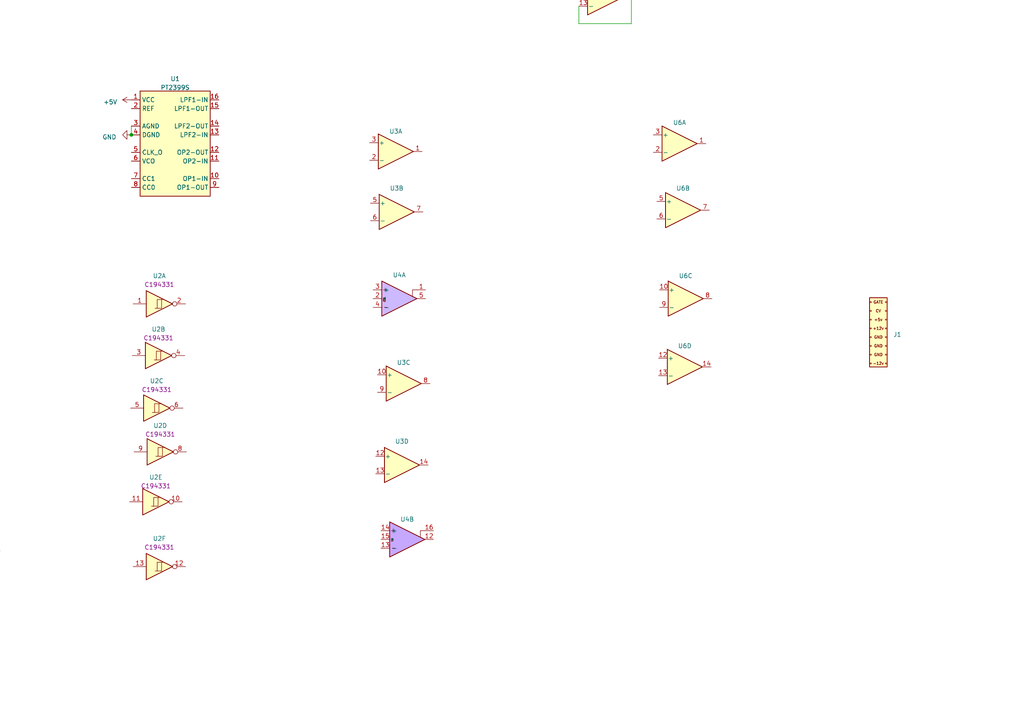
<source format=kicad_sch>
(kicad_sch (version 20230121) (generator eeschema)
  (paper "A4")
  (lib_symbols
    (symbol "EuroRackTools:+5V" (power) (pin_names (offset 0))
      (property "Value" "+5V" (at 0 3.556 0))
      (symbol "+5V_1_1"
        (pin power_in line (at 0 0 90) (length 0) hide (name "+5V") (number "1"))
      )
    )
    (symbol "EuroRackTools:100k TRIMPOT" (pin_names (offset 1.016) hide)
      (property "Reference" "RV" (at -2.54 0 90))
      (symbol "100k TRIMPOT_1_1"
        (pin passive line (at 0 3.81 270) (length 1.27) (name "1") (number "1"))
        (pin passive line (at 3.81 0 180) (length 1.27) (name "2") (number "2"))
        (pin passive line (at 0 -3.81 90) (length 1.27) (name "3") (number "3"))
      )
    )
    (symbol "EuroRackTools:AlphaPot" (pin_names (offset 1.016) hide) (in_bom no)
      (property "Reference" "RV" (at -4.445 0 90))
      (property "Value" "AlphaPot" (at -2.54 0 90))
      (symbol "AlphaPot_1_1"
        (pin passive line (at 0 3.81 270) (length 1.27) (name "1") (number "1"))
        (pin passive line (at 3.81 0 180) (length 1.27) (name "2") (number "2"))
        (pin passive line (at 0 -3.81 90) (length 1.27) (name "3") (number "3"))
      )
    )
    (symbol "EuroRackTools:BC847BS,115"
      (property "Reference" "U" (at -1.27 0 0))
      (symbol "BC847BS,115_1_1"
        (pin passive line (at -1.27 -6.35 90) (length 2.54) (name "") (number "1"))
        (pin passive line (at -8.89 0 0) (length 5.715) (name "") (number "2"))
        (pin passive line (at 1.27 6.35 270) (length 2.54) (name "") (number "3"))
        (pin passive line (at 1.27 -6.35 90) (length 2.54) (name "") (number "4"))
        (pin passive line (at 8.89 0 180) (length 5.715) (name "") (number "5"))
        (pin passive line (at -1.27 6.35 270) (length 2.54) (name "") (number "6"))
      )
    )
    (symbol "EuroRackTools:CD40106" (pin_names (offset 1.016))
      (property "Reference" "U" (at 0 1.27 0))
      (property "lcsc" "C194331" (at 0 0 0))
      (symbol "CD40106_1_0"
        (pin input line (at -7.62 0 0) (length 3.81) (name "~") (number "1"))
        (pin output inverted (at 7.62 0 180) (length 3.81) (name "~") (number "2"))
      )
      (symbol "CD40106_2_0"
        (pin input line (at -7.62 0 0) (length 3.81) (name "~") (number "3"))
        (pin output inverted (at 7.62 0 180) (length 3.81) (name "~") (number "4"))
      )
      (symbol "CD40106_3_0"
        (pin input line (at -7.62 0 0) (length 3.81) (name "~") (number "5"))
        (pin output inverted (at 7.62 0 180) (length 3.81) (name "~") (number "6"))
      )
      (symbol "CD40106_4_0"
        (pin output inverted (at 7.62 0 180) (length 3.81) (name "~") (number "8"))
        (pin input line (at -7.62 0 0) (length 3.81) (name "~") (number "9"))
      )
      (symbol "CD40106_5_0"
        (pin output inverted (at 7.62 0 180) (length 3.81) (name "~") (number "10"))
        (pin input line (at -7.62 0 0) (length 3.81) (name "~") (number "11"))
      )
      (symbol "CD40106_6_0"
        (pin output inverted (at 7.62 0 180) (length 3.81) (name "~") (number "12"))
        (pin input line (at -7.62 0 0) (length 3.81) (name "~") (number "13"))
      )
      (symbol "CD40106_7_0"
        (pin power_in line (at 0 12.7 270) (length 5.08) (name "VDD") (number "14"))
        (pin power_in line (at 0 -12.7 90) (length 5.08) (name "VSS") (number "7"))
      )
    )
    (symbol "EuroRackTools:CD4017" (pin_names (offset 1.016))
      (property "Reference" "U" (at -7.62 16.51 0))
      (property "Value" "CD4017BM" (at -7.62 -19.05 0))
      (property "lcsc" "C356694" (at 0 0 0))
      (symbol "CD4017_1_0"
        (pin output line (at 12.7 0 180) (length 5.08) (name "Q5") (number "1"))
        (pin output line (at 12.7 2.54 180) (length 5.08) (name "Q4") (number "10"))
        (pin output line (at 12.7 -10.16 180) (length 5.08) (name "Q9") (number "11"))
        (pin output line (at 12.7 -15.24 180) (length 5.08) (name "Cout") (number "12"))
        (pin input inverted (at -12.7 10.16 0) (length 5.08) (name "CKEN") (number "13"))
        (pin input clock (at -12.7 12.7 0) (length 5.08) (name "CLK") (number "14"))
        (pin input line (at -12.7 5.08 0) (length 5.08) (name "Reset") (number "15"))
        (pin power_in line (at 0 20.32 270) (length 5.08) (name "VDD") (number "16"))
        (pin output line (at 12.7 10.16 180) (length 5.08) (name "Q1") (number "2"))
        (pin output line (at 12.7 12.7 180) (length 5.08) (name "Q0") (number "3"))
        (pin output line (at 12.7 7.62 180) (length 5.08) (name "Q2") (number "4"))
        (pin output line (at 12.7 -2.54 180) (length 5.08) (name "Q6") (number "5"))
        (pin output line (at 12.7 -5.08 180) (length 5.08) (name "Q7") (number "6"))
        (pin output line (at 12.7 5.08 180) (length 5.08) (name "Q3") (number "7"))
        (pin power_in line (at 0 -22.86 90) (length 5.08) (name "VSS") (number "8"))
        (pin output line (at 12.7 -7.62 180) (length 5.08) (name "Q8") (number "9"))
      )
    )
    (symbol "EuroRackTools:EuroPower16" (pin_names (offset 1.016) hide)
      (property "Reference" "J" (at 1.27 10.16 0))
      (symbol "EuroPower16_0_0"
        (text "+12v" (at 1.27 0 0) (effects (font (size 0.8 0.8))))
        (text "+5v" (at 1.27 2.54 0) (effects (font (size 0.8 0.8))))
        (text "-12v" (at 1.27 -10.16 0) (effects (font (size 0.8 0.8))))
        (text "CV" (at 1.27 5.08 0) (effects (font (size 0.8 0.8))))
        (text "GATE" (at 1.27 7.62 0) (effects (font (size 0.8 0.8))))
        (text "GND" (at 1.27 -7.62 0) (effects (font (size 0.8 0.8))))
        (text "GND" (at 1.27 -5.08 0) (effects (font (size 0.8 0.8))))
        (text "GND" (at 1.27 -2.54 0) (effects (font (size 0.8 0.8))))
      )
      (symbol "EuroPower16_1_1"
        (pin power_in line (at 3.81 -10.16 0) (length 3.81) hide (name "-12V") (number "1"))
        (pin power_in line (at -1.27 0 180) (length 3.81) hide (name "+12V") (number "10"))
        (pin power_in line (at 3.81 2.54 0) (length 3.81) hide (name "+5V") (number "11"))
        (pin power_in line (at -1.27 2.54 180) (length 3.81) hide (name "+5V") (number "12"))
        (pin power_in line (at 3.81 5.08 0) (length 3.81) hide (name "CV") (number "13"))
        (pin power_in line (at -1.27 5.08 180) (length 3.81) hide (name "CV") (number "14"))
        (pin power_in line (at 3.81 7.62 0) (length 3.81) hide (name "GATE") (number "15"))
        (pin power_in line (at -1.27 7.62 180) (length 3.81) hide (name "GATE") (number "16"))
        (pin power_in line (at -1.27 -10.16 180) (length 3.81) hide (name "-12V") (number "2"))
        (pin power_in line (at 3.81 -7.62 0) (length 3.81) hide (name "GND") (number "3"))
        (pin power_in line (at -1.27 -7.62 180) (length 3.81) hide (name "GND") (number "4"))
        (pin power_in line (at 3.81 -5.08 0) (length 3.81) hide (name "GND") (number "5"))
        (pin power_in line (at -1.27 -5.08 180) (length 3.81) hide (name "GND") (number "6"))
        (pin power_in line (at 3.81 -2.54 0) (length 3.81) hide (name "GND") (number "7"))
        (pin power_in line (at -1.27 -2.54 180) (length 3.81) hide (name "GND") (number "8"))
        (pin power_in line (at 3.81 0 0) (length 3.81) hide (name "+12V") (number "9"))
      )
    )
    (symbol "EuroRackTools:GND" (power) (pin_names (offset 0))
      (property "Value" "GND" (at 0 -3.81 0))
      (symbol "GND_1_1"
        (pin power_in line (at 0 0 270) (length 0) hide (name "GND") (number "1"))
      )
    )
    (symbol "EuroRackTools:PT2399-SN"
      (property "Reference" "U" (at 0 17.78 0))
      (property "Value" "PT2399S" (at 0 -17.78 0))
      (symbol "PT2399-SN_1_1"
        (pin power_in line (at -12.7 12.7 0) (length 2.54) (name "VCC") (number "1"))
        (pin input line (at 12.7 -10.16 180) (length 2.54) (name "OP1-IN") (number "10"))
        (pin input line (at 12.7 -5.08 180) (length 2.54) (name "OP2-IN") (number "11"))
        (pin output line (at 12.7 -2.54 180) (length 2.54) (name "OP2-OUT") (number "12"))
        (pin input line (at 12.7 2.54 180) (length 2.54) (name "LPF2-IN") (number "13"))
        (pin output line (at 12.7 5.08 180) (length 2.54) (name "LPF2-OUT") (number "14"))
        (pin output line (at 12.7 10.16 180) (length 2.54) (name "LPF1-OUT") (number "15"))
        (pin input line (at 12.7 12.7 180) (length 2.54) (name "LPF1-IN") (number "16"))
        (pin passive line (at -12.7 10.16 0) (length 2.54) (name "REF") (number "2"))
        (pin power_in line (at -12.7 5.08 0) (length 2.54) (name "AGND") (number "3"))
        (pin power_in line (at -12.7 2.54 0) (length 2.54) (name "DGND") (number "4"))
        (pin passive line (at -12.7 -2.54 0) (length 2.54) (name "CLK_O") (number "5"))
        (pin passive line (at -12.7 -5.08 0) (length 2.54) (name "VCO") (number "6"))
        (pin passive line (at -12.7 -10.16 0) (length 2.54) (name "CC1") (number "7"))
        (pin passive line (at -12.7 -12.7 0) (length 2.54) (name "CC0") (number "8"))
        (pin output line (at 12.7 -12.7 180) (length 2.54) (name "OP1-OUT") (number "9"))
      )
    )
    (symbol "EuroRackTools:PUSHBTN" (pin_names (offset 0) hide)
      (symbol "PUSHBTN_1_1"
        (pin passive line (at -5.08 0 0) (length 2.54) (name "A") (number "1"))
        (pin passive line (at 5.08 0 180) (length 2.54) (name "B") (number "2"))
      )
    )
    (symbol "EuroRackTools:TL074" (pin_names (offset 0.127))
      (property "Reference" "U" (at 0 5.08 0))
      (symbol "TL074_1_1"
        (pin output line (at 7.62 0 180) (length 2.54) (name "~") (number "1"))
        (pin input line (at -7.62 -2.54 0) (length 2.54) (name "-") (number "2"))
        (pin input line (at -7.62 2.54 0) (length 2.54) (name "+") (number "3"))
      )
      (symbol "TL074_2_1"
        (pin input line (at -7.62 2.54 0) (length 2.54) (name "+") (number "5"))
        (pin input line (at -7.62 -2.54 0) (length 2.54) (name "-") (number "6"))
        (pin output line (at 7.62 0 180) (length 2.54) (name "~") (number "7"))
      )
      (symbol "TL074_3_1"
        (pin input line (at -7.62 2.54 0) (length 2.54) (name "+") (number "10"))
        (pin output line (at 7.62 0 180) (length 2.54) (name "~") (number "8"))
        (pin input line (at -7.62 -2.54 0) (length 2.54) (name "-") (number "9"))
      )
      (symbol "TL074_4_1"
        (pin input line (at -7.62 2.54 0) (length 2.54) (name "+") (number "12"))
        (pin input line (at -7.62 -2.54 0) (length 2.54) (name "-") (number "13"))
        (pin output line (at 7.62 0 180) (length 2.54) (name "~") (number "14"))
      )
      (symbol "TL074_5_1"
        (pin power_in line (at -2.54 -7.62 90) (length 3.81) (name "V-") (number "11"))
        (pin power_in line (at -2.54 7.62 270) (length 3.81) (name "V+") (number "4"))
      )
    )
    (symbol "EuroRackTools:Thonkiconn" (pin_numbers hide) (in_bom no)
      (property "Reference" "J" (at -1.524 3.048 0))
      (property "Value" "Thonkiconn" (at -0.254 -6.35 0))
      (symbol "Thonkiconn_0_0"
        (text "(no)" (at 3.302 1.778 0) (effects (font (size 0.5 0.5))))
        (text "SIG" (at 3.556 -1.016 0) (effects (font (size 0.8 0.8))))
      )
      (symbol "Thonkiconn_1_1"
        (pin power_in line (at 2.286 -2.54 180) (length 2.54) hide (name "GND") (number "S"))
        (pin passive line (at 4.826 0 180) (length 2.54) (name "~") (number "T"))
        (pin passive line (at 4.826 2.54 180) (length 2.54) (name "~") (number "TN"))
      )
    )
    (symbol "EuroRackTools:XL13700"
      (property "Reference" "U" (at -1.27 0 0))
      (symbol "XL13700_1_1"
        (text "d" (at -4.318 0.254 0) (effects (font (size 1.27 1.27))))
        (pin input line (at 7.62 -2.54 180) (length 2.54) (name "~") (number "1"))
        (pin input line (at -7.62 0 0) (length 2.54) (name "D") (number "2"))
        (pin input line (at -7.62 -2.54 0) (length 2.54) (name "+") (number "3"))
        (pin input line (at -7.62 2.54 0) (length 2.54) (name "-") (number "4"))
        (pin output line (at 7.62 0 180) (length 2.54) (name "~") (number "5"))
      )
      (symbol "XL13700_2_1"
        (pin output line (at 7.62 0 180) (length 2.54) (name "~") (number "12"))
        (pin input line (at -7.62 2.54 0) (length 2.54) (name "-") (number "13"))
        (pin input line (at -7.62 -2.54 0) (length 2.54) (name "+") (number "14"))
        (pin input line (at -7.62 0 0) (length 2.54) (name "D") (number "15"))
        (pin input line (at 7.62 -2.54 180) (length 2.54) (name "~") (number "16"))
      )
      (symbol "XL13700_3_1"
        (text "V+" (at -2.54 3.81 0) (effects (font (size 1.27 1.27))))
        (pin input line (at -7.62 0 0) (length 3.81) (name "~") (number "7"))
        (pin output line (at 2.54 -2.54 180) (length 3.81) (name "~") (number "8"))
      )
      (symbol "XL13700_4_1"
        (text "V+" (at -2.54 3.81 0) (effects (font (size 1.27 1.27))))
        (pin input line (at -7.62 0 0) (length 3.81) (name "~") (number "10"))
        (pin output line (at 2.54 -2.54 180) (length 3.81) (name "~") (number "9"))
      )
      (symbol "XL13700_5_1"
        (pin power_in line (at -2.54 7.62 270) (length 3.81) (name "V+") (number "11"))
        (pin power_in line (at -2.54 -7.62 90) (length 3.81) (name "V-") (number "6"))
      )
    )
    (symbol "EuroRackTools:opamp harness" (power) (pin_names (offset 0))
      (property "Value" "opamp harness" (at -0.508 13.208 0))
      (symbol "opamp harness_1_1"
        (text "+12v" (at -13.208 5.588 900) (effects (font (size 1.27 1.27))))
        (text "+12v" (at -8.636 5.588 900) (effects (font (size 1.27 1.27))))
        (text "+12v" (at -4.064 5.588 900) (effects (font (size 1.27 1.27))))
        (text "+12v" (at 0 5.588 900) (effects (font (size 1.27 1.27))))
        (text "+12v" (at 4.572 5.588 900) (effects (font (size 1.27 1.27))))
        (text "+12v" (at 9.144 5.588 900) (effects (font (size 1.27 1.27))))
        (text "+12v" (at 13.716 5.588 900) (effects (font (size 1.27 1.27))))
        (text "-12v" (at -13.208 -20.828 900) (effects (font (size 1.27 1.27))))
        (text "-12v" (at -8.636 -20.828 900) (effects (font (size 1.27 1.27))))
        (text "-12v" (at -4.064 -20.828 900) (effects (font (size 1.27 1.27))))
        (text "-12v" (at 0 -20.828 900) (effects (font (size 1.27 1.27))))
        (text "-12v" (at 4.572 -20.828 900) (effects (font (size 1.27 1.27))))
        (text "-12v" (at 9.144 -20.828 900) (effects (font (size 1.27 1.27))))
        (text "-12v" (at 13.716 -20.828 900) (effects (font (size 1.27 1.27))))
        (pin power_in line (at -13.208 0 90) (length 0) hide (name "+12V") (number "1"))
        (pin power_in line (at -8.636 0 90) (length 0) hide (name "+12V") (number "1"))
        (pin power_in line (at -4.064 0 90) (length 0) hide (name "+12V") (number "1"))
        (pin power_in line (at 0 0 90) (length 0) hide (name "+12V") (number "1"))
        (pin power_in line (at 4.572 0 90) (length 0) hide (name "+12V") (number "1"))
        (pin power_in line (at 9.144 0 90) (length 0) hide (name "+12V") (number "1"))
        (pin power_in line (at 13.716 0 90) (length 0) hide (name "+12V") (number "1"))
        (pin power_in line (at -13.208 -15.24 270) (length 0) hide (name "-12V") (number "1"))
        (pin power_in line (at -8.636 -15.24 270) (length 0) hide (name "-12V") (number "1"))
        (pin power_in line (at -4.064 -15.24 270) (length 0) hide (name "-12V") (number "1"))
        (pin power_in line (at 0 -15.24 270) (length 0) hide (name "-12V") (number "1"))
        (pin power_in line (at 4.572 -15.24 270) (length 0) hide (name "-12V") (number "1"))
        (pin power_in line (at 9.144 -15.24 270) (length 0) hide (name "-12V") (number "1"))
        (pin power_in line (at 13.716 -15.24 270) (length 0) hide (name "-12V") (number "1"))
      )
    )
    (symbol "Switch:SW_SPDT" (pin_names (offset 0) hide)
      (property "Reference" "SW" (at 0 4.318 0))
      (property "Value" "SW_SPDT" (at 0 -5.08 0))
      (symbol "SW_SPDT_1_1"
        (pin passive line (at 5.08 2.54 180) (length 2.54) (name "A") (number "1"))
        (pin passive line (at -5.08 0 0) (length 2.54) (name "B") (number "2"))
        (pin passive line (at 5.08 -2.54 180) (length 2.54) (name "C") (number "3"))
      )
    )
    (symbol "kpm-jlcpcb-basic:NE555DR"
      (property "Reference" "U" (at -10.16 8.89 0))
      (property "Value" "NE555DR" (at 2.54 20.32 0))
      (symbol "NE555DR_0_0"
        (pin power_in line (at -3.81 19.05 270) (length 2.54) (name "GND") (number "1"))
        (pin power_in line (at 3.81 19.05 270) (length 2.54) (name "VCC") (number "8"))
      )
      (symbol "NE555DR_1_0"
        (text "5kΩ" (at -5.461 10.922 0) (effects (font (size 0.75 0.75))))
        (text "5kΩ" (at -0.381 10.922 0) (effects (font (size 0.75 0.75))))
        (text "5kΩ" (at 4.699 10.922 0) (effects (font (size 0.75 0.75))))
        (text "cv" (at 4.572 8.128 0) (effects (font (size 0.5 0.5))))
        (text "discharge" (at -5.7912 -5.08 900) (effects (font (size 0.5 0.5))))
        (text "output" (at 1.778 -5.588 900) (effects (font (size 0.5 0.5))))
        (text "reset" (at 3.81 -2.032 0) (effects (font (size 0.5 0.5))))
        (text "threshold" (at 4.572 5.588 0) (effects (font (size 0.5 0.5))))
        (text "trigger" (at -5.842 5.842 0) (effects (font (size 0.5 0.5))))
      )
      (symbol "NE555DR_1_1"
        (pin input line (at -11.43 5.08 0) (length 3.81) (name "") (number "2"))
        (pin output line (at 0 -11.43 90) (length 3.81) (name "") (number "3"))
        (pin input inverted (at 10.16 -2.54 180) (length 3.81) (name "") (number "4"))
        (pin input line (at 10.16 7.62 180) (length 3.81) (name "") (number "5"))
        (pin input line (at 10.16 2.54 180) (length 3.81) (name "") (number "6"))
        (pin input line (at -5.08 -11.43 90) (length 3.81) (name "") (number "7"))
      )
    )
    (symbol "kpm-jlcpcb-basic:NPN S8050 J3Y" (pin_names (offset 0) hide)
      (property "Reference" "Q" (at 5.08 1.905 0))
      (symbol "NPN S8050 J3Y_1_1"
        (pin input line (at -5.08 0 0) (length 5.715) (name "B") (number "1"))
        (pin passive line (at 2.54 -5.08 90) (length 2.54) (name "E") (number "2"))
        (pin passive line (at 2.54 5.08 270) (length 2.54) (name "C") (number "3"))
      )
    )
    (symbol "kpm-jlcpcb-basic:blue LED 0603" (pin_numbers hide) (pin_names (offset 1.016) hide)
      (property "Reference" "D" (at 0 2.54 0))
      (symbol "blue LED 0603_1_1"
        (pin passive line (at -3.81 0 0) (length 2.54) (name "K") (number "1"))
        (pin passive line (at 3.81 0 180) (length 2.54) (name "A") (number "2"))
      )
    )
  )
  (junction (at 38.1 39.116))
  (wire (pts (xy 167.894 1.778) (xy 167.894 6.858)))
  (wire (pts (xy 168.656 -38.862) (xy 183.896 -38.862)))
  (wire (pts (xy 167.64 -22.352) (xy 167.64 -17.272)))
  (wire (pts (xy 167.132 -62.23) (xy 167.132 -57.15)))
  (wire (pts (xy -105.918 18.034) (xy -131.318 18.034)))
  (wire (pts (xy 167.894 6.858) (xy 183.134 6.858)))
  (wire (pts (xy 167.64 -17.272) (xy 182.88 -17.272)))
  (wire (pts (xy 38.1 36.576) (xy 38.1 39.116)))
  (wire (pts (xy 182.88 -17.272) (xy 182.88 -24.892)))
  (wire (pts (xy 182.372 -57.15) (xy 182.372 -64.77)))
  (wire (pts (xy 168.656 -43.942) (xy 168.656 -38.862)))
  (wire (pts (xy -131.318 18.034) (xy -131.318 5.334)))
  (wire (pts (xy 183.134 6.858) (xy 183.134 -0.762)))
  (wire (pts (xy 167.132 -57.15) (xy 182.372 -57.15)))
  (wire (pts (xy 183.896 -38.862) (xy 183.896 -46.482)))
  (symbol (lib_id "kpm-jlcpcb-basic:blue LED 0603") (at -31.75 -8.128 180) (unit 1)
    (property "Reference" "D7" (at -30.1625 -11.176 0))
    (property "Value" "blue" (effects hide))
    (property "Footprint" "kpm-jlcpcb-basic:LED_0603_1608Metric" (effects hide))
    (property "Datasheet" "https://datasheet.lcsc.com/lcsc/1811101510_Everlight-Elec-19-217-BHC-ZL1M2RY-3T_C72041.pdf" (effects hide))
    (property "LCSC" "C72041" (effects hide))
    (property "Stock" "377315" (effects hide))
    (property "price" "0.0179" (effects hide))
  )
  (symbol (lib_id "Switch:SW_SPDT") (at -62.484 66.04 0) (unit 1)
    (property "Reference" "SW6" (at -62.484 59.182 0))
    (property "Value" "SW_SPDT" (at -62.484 61.722 0))
    (property "Footprint" "EuroRackTools:toggle_switch" (effects hide))
  )
  (symbol (lib_id "kpm-jlcpcb-basic:blue LED 0603") (at -32.512 30.988 180) (unit 1)
    (property "Reference" "D3" (at -30.9245 27.94 0))
    (property "Value" "blue" (effects hide))
    (property "Footprint" "kpm-jlcpcb-basic:LED_0603_1608Metric" (effects hide))
    (property "Datasheet" "https://datasheet.lcsc.com/lcsc/1811101510_Everlight-Elec-19-217-BHC-ZL1M2RY-3T_C72041.pdf" (effects hide))
    (property "LCSC" "C72041" (effects hide))
    (property "Stock" "377315" (effects hide))
    (property "price" "0.0179" (effects hide))
  )
  (symbol (lib_id "EuroRackTools:100k TRIMPOT") (at 325.882 -50.038 0) (unit 1)
    (property "Reference" "RV5" (at 323.85 -49.403 0) (effects (justify right)))
    (property "Value" "R_Potentiometer_Trim_US" (effects hide))
    (property "Footprint" "EuroRackTools:Potentiometer_Bourns_TC33X_Vertical" (effects hide))
    (property "lcsc" "C128545" (effects hide))
  )
  (symbol (lib_id "EuroRackTools:PUSHBTN") (at -126.746 118.11 0) (unit 1)
    (property "Reference" "SW15" (effects hide))
    (property "Value" "SW_SPST" (effects hide))
    (property "Footprint" "EuroRackTools:SW_SPST_PTS645" (effects hide))
    (property "lcsc" "C294565" (effects hide))
  )
  (symbol (lib_id "EuroRackTools:TL074") (at 198.882 86.614 0) (unit 3)
    (property "Reference" "U6" (at 198.882 80.01 0))
    (property "Value" "TL074" (effects hide))
    (property "Footprint" "EuroRackTools:SOIC-14_3.9x8.7mm_P1.27mm" (effects hide))
    (property "Datasheet" "http://www.ti.com/lit/ds/symlink/tl071.pdf" (effects hide))
    (property "lcsc" "C6964" (effects hide))
  )
  (symbol (lib_id "EuroRackTools:BC847BS,115") (at 28.448 243.078 0) (unit 1)
    (property "Reference" "U7" (at 35.56 242.1891 0))
    (property "Value" "~" (at 27.178 243.078 0))
    (property "Footprint" "EuroRackTools:SOT-363_SC-70-6" (effects hide))
    (property "LCSC" "C8653" (effects hide))
    (property "Stock" "12908" (effects hide))
  )
  (symbol (lib_id "EuroRackTools:Thonkiconn") (at 213.614 -57.404 0) (mirror y) (unit 1) (in_bom no)
    (property "Reference" "J2" (at 213.4233 -65.024 0))
    (property "Value" "Thonkiconn" (at 213.4233 -62.484 0))
    (property "Footprint" "EuroRackTools:Jack_3.5mm_QingPu_WQP-PJ398SM_Vertical_CircularHoles" (effects hide))
  )
  (symbol (lib_id "kpm-jlcpcb-basic:blue LED 0603") (at -32.258 -0.762 180) (unit 1)
    (property "Reference" "D5" (at -30.6705 -3.81 0))
    (property "Value" "blue" (effects hide))
    (property "Footprint" "kpm-jlcpcb-basic:LED_0603_1608Metric" (effects hide))
    (property "Datasheet" "https://datasheet.lcsc.com/lcsc/1811101510_Everlight-Elec-19-217-BHC-ZL1M2RY-3T_C72041.pdf" (effects hide))
    (property "LCSC" "C72041" (effects hide))
    (property "Stock" "377315" (effects hide))
    (property "price" "0.0179" (effects hide))
  )
  (symbol (lib_id "Switch:SW_SPDT") (at -62.738 144.526 0) (unit 1)
    (property "Reference" "SW11" (at -62.738 137.668 0))
    (property "Value" "SW_SPDT" (at -62.738 140.208 0))
    (property "Footprint" "EuroRackTools:toggle_switch" (effects hide))
  )
  (symbol (lib_id "EuroRackTools:BC847BS,115") (at 28.702 265.176 0) (unit 1)
    (property "Reference" "U8" (at 35.814 264.2871 0))
    (property "Value" "~" (at 27.432 265.176 0))
    (property "Footprint" "EuroRackTools:SOT-363_SC-70-6" (effects hide))
    (property "LCSC" "C8653" (effects hide))
    (property "Stock" "12908" (effects hide))
  )
  (symbol (lib_id "kpm-jlcpcb-basic:NPN S8050 J3Y") (at 208.788 228.6 0) (unit 1)
    (property "Reference" "Q1" (at 214.63 229.235 0) (effects (justify left)))
    (property "Value" "NPN S8050 J3Y" (effects hide))
    (property "Footprint" "kpm-jlcpcb-basic:SOT-23" (effects hide))
    (property "Datasheet" "https://datasheet.lcsc.com/lcsc/1810161230_Jiangsu-Changjing-Electronics-Technology-Co---Ltd--S8050-J3Y_C2146.pdf" (effects hide))
    (property "LCSC" "C2146" (effects hide))
    (property "Stock" "2885714" (effects hide))
    (property "price" "0.0146" (effects hide))
  )
  (symbol (lib_id "EuroRackTools:CD40106") (at 45.212 145.542 0) (unit 5)
    (property "Reference" "U2" (at 45.212 138.43 0))
    (property "Value" "CD40106" (effects hide))
    (property "Footprint" "EuroRackTools:SOIC-14_3.9x8.7mm_P1.27mm" (effects hide))
    (property "Datasheet" "https://assets.nexperia.com/documents/data-sheet/HEF40106B.pdf" (effects hide))
    (property "lcsc" "C194331" (at 45.212 140.97 0))
  )
  (symbol (lib_id "EuroRackTools:GND") (at 38.1 39.116 270) (unit 1)
    (property "Reference" "#PWR05" (effects hide))
    (property "Value" "GND" (at 33.782 39.751 90) (effects (justify right)))
  )
  (symbol (lib_id "kpm-jlcpcb-basic:NPN S8050 J3Y") (at 207.01 318.262 0) (unit 1)
    (property "Reference" "Q9" (at 212.852 318.897 0) (effects (justify left)))
    (property "Value" "NPN S8050 J3Y" (effects hide))
    (property "Footprint" "kpm-jlcpcb-basic:SOT-23" (effects hide))
    (property "Datasheet" "https://datasheet.lcsc.com/lcsc/1810161230_Jiangsu-Changjing-Electronics-Technology-Co---Ltd--S8050-J3Y_C2146.pdf" (effects hide))
    (property "LCSC" "C2146" (effects hide))
    (property "Stock" "2885714" (effects hide))
    (property "price" "0.0146" (effects hide))
  )
  (symbol (lib_id "EuroRackTools:TL074") (at 198.12 60.96 0) (unit 2)
    (property "Reference" "U6" (at 198.12 54.61 0))
    (property "Value" "TL074" (effects hide))
    (property "Footprint" "EuroRackTools:SOIC-14_3.9x8.7mm_P1.27mm" (effects hide))
    (property "Datasheet" "http://www.ti.com/lit/ds/symlink/tl071.pdf" (effects hide))
    (property "lcsc" "C6964" (effects hide))
  )
  (symbol (lib_id "EuroRackTools:CD40106") (at 46.228 164.338 0) (unit 6)
    (property "Reference" "U2" (at 46.228 156.21 0))
    (property "Value" "CD40106" (effects hide))
    (property "Footprint" "EuroRackTools:SOIC-14_3.9x8.7mm_P1.27mm" (effects hide))
    (property "Datasheet" "https://assets.nexperia.com/documents/data-sheet/HEF40106B.pdf" (effects hide))
    (property "lcsc" "C194331" (at 46.228 158.75 0))
  )
  (symbol (lib_id "Switch:SW_SPDT") (at -61.976 93.472 0) (unit 1)
    (property "Reference" "SW7" (at -61.976 86.614 0))
    (property "Value" "SW_SPDT" (at -61.976 89.154 0))
    (property "Footprint" "EuroRackTools:toggle_switch" (effects hide))
  )
  (symbol (lib_id "EuroRackTools:TL074") (at 198.628 106.426 0) (unit 4)
    (property "Reference" "U6" (at 198.628 100.33 0))
    (property "Value" "TL074" (effects hide))
    (property "Footprint" "EuroRackTools:SOIC-14_3.9x8.7mm_P1.27mm" (effects hide))
    (property "Datasheet" "http://www.ti.com/lit/ds/symlink/tl071.pdf" (effects hide))
    (property "lcsc" "C6964" (effects hide))
  )
  (symbol (lib_id "EuroRackTools:PT2399-SN") (at 50.8 41.656 0) (unit 1)
    (property "Reference" "U1" (at 50.8 22.86 0))
    (property "Value" "PT2399S" (at 50.8 25.4 0))
    (property "Footprint" "EuroRackTools:SOP-16_3.9x9.9mm_P1.27mm" (effects hide))
    (property "Datasheet" "http://sound.westhost.com/pt2399.pdf" (effects hide))
    (property "LCSC" "C126407" (effects hide))
  )
  (symbol (lib_id "Switch:SW_SPDT") (at -63.246 119.38 0) (unit 1)
    (property "Reference" "SW9" (at -63.246 112.522 0))
    (property "Value" "SW_SPDT" (at -63.246 115.062 0))
    (property "Footprint" "EuroRackTools:toggle_switch" (effects hide))
  )
  (symbol (lib_id "EuroRackTools:PUSHBTN") (at -125.984 65.532 0) (unit 1)
    (property "Reference" "SW1" (effects hide))
    (property "Value" "SW_SPST" (effects hide))
    (property "Footprint" "EuroRackTools:SW_SPST_PTS645" (effects hide))
    (property "lcsc" "C294565" (effects hide))
  )
  (symbol (lib_id "EuroRackTools:100k TRIMPOT") (at 326.898 -6.35 0) (unit 1)
    (property "Reference" "RV8" (at 324.866 -5.715 0) (effects (justify right)))
    (property "Value" "R_Potentiometer_Trim_US" (effects hide))
    (property "Footprint" "EuroRackTools:Potentiometer_Bourns_TC33X_Vertical" (effects hide))
    (property "lcsc" "C128545" (effects hide))
  )
  (symbol (lib_id "EuroRackTools:TL074") (at 115.062 61.468 0) (unit 2)
    (property "Reference" "U3" (at 115.062 54.61 0))
    (property "Value" "TL074" (effects hide))
    (property "Footprint" "EuroRackTools:SOIC-14_3.9x8.7mm_P1.27mm" (effects hide))
    (property "Datasheet" "http://www.ti.com/lit/ds/symlink/tl071.pdf" (effects hide))
    (property "lcsc" "C6964" (effects hide))
  )
  (symbol (lib_id "kpm-jlcpcb-basic:NE555DR") (at 348.488 77.216 0) (unit 1)
    (property "Reference" "U9" (at 334.01 68.7071 0))
    (property "Value" "NE555DR" (at 334.01 71.2471 0))
    (property "Footprint" "kpm-jlcpcb-basic:SOIC-8_3.9x4.9mm_P1.27mm" (effects hide))
    (property "Datasheet" "https://datasheet.lcsc.com/lcsc/1811012330_Texas-Instruments-NE555DR_C7593.pdf" (effects hide))
    (property "LCSC" "C7593" (effects hide))
  )
  (symbol (lib_id "kpm-jlcpcb-basic:NPN S8050 J3Y") (at 208.026 245.364 0) (unit 1)
    (property "Reference" "Q2" (at 213.868 245.999 0) (effects (justify left)))
    (property "Value" "NPN S8050 J3Y" (effects hide))
    (property "Footprint" "kpm-jlcpcb-basic:SOT-23" (effects hide))
    (property "Datasheet" "https://datasheet.lcsc.com/lcsc/1810161230_Jiangsu-Changjing-Electronics-Technology-Co---Ltd--S8050-J3Y_C2146.pdf" (effects hide))
    (property "LCSC" "C2146" (effects hide))
    (property "Stock" "2885714" (effects hide))
    (property "price" "0.0146" (effects hide))
  )
  (symbol (lib_id "Switch:SW_SPDT") (at -62.992 132.588 0) (unit 1)
    (property "Reference" "SW10" (at -62.992 125.73 0))
    (property "Value" "SW_SPDT" (at -62.992 128.27 0))
    (property "Footprint" "EuroRackTools:toggle_switch" (effects hide))
  )
  (symbol (lib_id "EuroRackTools:TL074") (at 324.866 163.068 0) (unit 5)
    (property "Reference" "U3" (at 323.85 163.703 0) (effects (justify left)))
    (property "Value" "TL074" (effects hide))
    (property "Footprint" "EuroRackTools:SOIC-14_3.9x8.7mm_P1.27mm" (effects hide))
    (property "Datasheet" "http://www.ti.com/lit/ds/symlink/tl071.pdf" (effects hide))
    (property "lcsc" "C6964" (effects hide))
  )
  (symbol (lib_id "EuroRackTools:TL074") (at 175.514 -0.762 0) (unit 4)
    (property "Reference" "U10" (at 175.514 -7.62 0))
    (property "Value" "TL074" (effects hide))
    (property "Footprint" "EuroRackTools:SOIC-14_3.9x8.7mm_P1.27mm" (effects hide))
    (property "Datasheet" "http://www.ti.com/lit/ds/symlink/tl071.pdf" (effects hide))
    (property "lcsc" "C6964" (effects hide))
  )
  (symbol (lib_id "EuroRackTools:CD4017") (at -118.618 10.414 0) (unit 1)
    (property "Reference" "U5" (at -116.6621 -11.684 0) (effects (justify left)))
    (property "Value" "CD4017BM" (at -116.6621 -9.144 0) (effects (justify left)))
    (property "Footprint" "EuroRackTools:SOP-16_4.4x10.4mm_P1.27mm" (effects hide))
    (property "Datasheet" "http://www.intersil.com/content/dam/Intersil/documents/cd40/cd4017bms-22bms.pdf" (effects hide))
    (property "lcsc" "C356694" (at -116.6621 -6.604 0) (effects (justify left)))
  )
  (symbol (lib_id "EuroRackTools:AlphaPot") (at -5.08 92.456 0) (unit 1) (in_bom no)
    (property "Reference" "RV11" (at -6.858 91.821 0) (effects (justify right)))
    (property "Value" "AlphaPot" (at -6.858 94.361 0) (effects (justify right)))
    (property "Footprint" "EuroRackTools:Potentiometer_Alpha_RD901F-40-00D_Single_Vertical" (effects hide))
    (property "Sim.Pins" "1=1 2=2 3=3" (effects hide))
    (property "Sim.Device" "SPICE" (effects hide))
    (property "Sim.Params" "type=\"X\" model=\"pot100k\" lib=\"\"" (effects hide))
  )
  (symbol (lib_id "EuroRackTools:EuroPower16") (at 253.492 95.25 0) (unit 1)
    (property "Reference" "J1" (at 259.08 97.028 0) (effects (justify left)))
    (property "Value" "EuroPower16" (effects hide))
    (property "Footprint" "Connector_IDC:IDC-Header_2x08_P2.54mm_Vertical" (effects hide))
    (property "lcsc" "C383608" (effects hide))
  )
  (symbol (lib_id "EuroRackTools:+5V") (at 38.1 28.956 90) (unit 1)
    (property "Reference" "#PWR04" (effects hide))
    (property "Value" "+5V" (at 34.036 29.591 90) (effects (justify left)))
  )
  (symbol (lib_id "EuroRackTools:PUSHBTN") (at -126.492 86.868 0) (unit 1)
    (property "Reference" "SW4" (effects hide))
    (property "Value" "SW_SPST" (effects hide))
    (property "Footprint" "EuroRackTools:SW_SPST_PTS645" (effects hide))
    (property "lcsc" "C294565" (effects hide))
  )
  (symbol (lib_id "kpm-jlcpcb-basic:blue LED 0603") (at -32.004 23.622 180) (unit 1)
    (property "Reference" "D4" (at -30.4165 20.574 0))
    (property "Value" "blue" (effects hide))
    (property "Footprint" "kpm-jlcpcb-basic:LED_0603_1608Metric" (effects hide))
    (property "Datasheet" "https://datasheet.lcsc.com/lcsc/1811101510_Everlight-Elec-19-217-BHC-ZL1M2RY-3T_C72041.pdf" (effects hide))
    (property "LCSC" "C72041" (effects hide))
    (property "Stock" "377315" (effects hide))
    (property "price" "0.0179" (effects hide))
  )
  (symbol (lib_id "EuroRackTools:CD40106") (at 45.466 118.364 0) (unit 3)
    (property "Reference" "U2" (at 45.466 110.49 0))
    (property "Value" "CD40106" (effects hide))
    (property "Footprint" "EuroRackTools:SOIC-14_3.9x8.7mm_P1.27mm" (effects hide))
    (property "Datasheet" "https://assets.nexperia.com/documents/data-sheet/HEF40106B.pdf" (effects hide))
    (property "lcsc" "C194331" (at 45.466 113.03 0))
  )
  (symbol (lib_id "kpm-jlcpcb-basic:NPN S8050 J3Y") (at 207.772 265.176 0) (unit 1)
    (property "Reference" "Q4" (at 213.614 265.811 0) (effects (justify left)))
    (property "Value" "NPN S8050 J3Y" (effects hide))
    (property "Footprint" "kpm-jlcpcb-basic:SOT-23" (effects hide))
    (property "Datasheet" "https://datasheet.lcsc.com/lcsc/1810161230_Jiangsu-Changjing-Electronics-Technology-Co---Ltd--S8050-J3Y_C2146.pdf" (effects hide))
    (property "LCSC" "C2146" (effects hide))
    (property "Stock" "2885714" (effects hide))
    (property "price" "0.0146" (effects hide))
  )
  (symbol (lib_id "EuroRackTools:XL13700") (at 403.86 235.966 0) (mirror x) (unit 4)
    (property "Reference" "U4" (at 401.32 232.41 0))
    (property "Value" "XL13700" (effects hide))
    (property "Footprint" "EuroRackTools:SOP-16_3.9x9.9mm_P1.27mm" (effects hide))
    (property "Sim.Pins" "1=1 2=2 3=3 4=4 5=5 6=6 7=7 8=8 9=9 10=10 11=11 12=12 13=13 14=14 15=15 16=16" (effects hide))
    (property "Sim.Device" "SPICE" (effects hide))
    (property "Sim.Params" "type=\"X\" model=\"MY_LM13700\" lib=\"\"" (effects hide))
    (property "LCSC" "C521166" (effects hide))
  )
  (symbol (lib_id "EuroRackTools:CD40106") (at 372.618 165.1 0) (unit 7)
    (property "Reference" "U2" (at 378.46 164.465 0) (effects (justify left)))
    (property "Value" "CD40106" (effects hide))
    (property "Footprint" "EuroRackTools:SOIC-14_3.9x8.7mm_P1.27mm" (effects hide))
    (property "Datasheet" "https://assets.nexperia.com/documents/data-sheet/HEF40106B.pdf" (effects hide))
    (property "lcsc" "C194331" (at 378.46 167.005 0) (effects (justify left)))
  )
  (symbol (lib_id "EuroRackTools:TL074") (at 117.094 111.252 0) (unit 3)
    (property "Reference" "U3" (at 117.094 105.156 0))
    (property "Value" "TL074" (effects hide))
    (property "Footprint" "EuroRackTools:SOIC-14_3.9x8.7mm_P1.27mm" (effects hide))
    (property "Datasheet" "http://www.ti.com/lit/ds/symlink/tl071.pdf" (effects hide))
    (property "lcsc" "C6964" (effects hide))
  )
  (symbol (lib_id "EuroRackTools:AlphaPot") (at -4.826 105.918 0) (unit 1) (in_bom no)
    (property "Reference" "RV12" (at -6.604 105.283 0) (effects (justify right)))
    (property "Value" "AlphaPot" (at -6.604 107.823 0) (effects (justify right)))
    (property "Footprint" "EuroRackTools:Potentiometer_Alpha_RD901F-40-00D_Single_Vertical" (effects hide))
    (property "Sim.Pins" "1=1 2=2 3=3" (effects hide))
    (property "Sim.Device" "SPICE" (effects hide))
    (property "Sim.Params" "type=\"X\" model=\"pot100k\" lib=\"\"" (effects hide))
  )
  (symbol (lib_id "EuroRackTools:TL074") (at 175.26 -24.892 0) (unit 3)
    (property "Reference" "U10" (at 175.26 -31.75 0))
    (property "Value" "TL074" (effects hide))
    (property "Footprint" "EuroRackTools:SOIC-14_3.9x8.7mm_P1.27mm" (effects hide))
    (property "Datasheet" "http://www.ti.com/lit/ds/symlink/tl071.pdf" (effects hide))
    (property "lcsc" "C6964" (effects hide))
  )
  (symbol (lib_id "EuroRackTools:XL13700") (at 115.824 86.614 0) (mirror x) (unit 1)
    (property "Reference" "U4" (at 115.824 79.756 0))
    (property "Value" "XL13700" (effects hide))
    (property "Footprint" "EuroRackTools:SOP-16_3.9x9.9mm_P1.27mm" (effects hide))
    (property "Sim.Pins" "1=1 2=2 3=3 4=4 5=5 6=6 7=7 8=8 9=9 10=10 11=11 12=12 13=13 14=14 15=15 16=16" (effects hide))
    (property "Sim.Device" "SPICE" (effects hide))
    (property "Sim.Params" "type=\"X\" model=\"MY_LM13700\" lib=\"\"" (effects hide))
    (property "LCSC" "C521166" (effects hide))
  )
  (symbol (lib_id "EuroRackTools:+5V") (at 372.618 152.4 0) (unit 1)
    (property "Reference" "#PWR02" (effects hide))
    (property "Value" "+5V" (at 372.618 148.59 0))
  )
  (symbol (lib_id "EuroRackTools:PUSHBTN") (at -126.492 108.204 0) (unit 1)
    (property "Reference" "SW16" (effects hide))
    (property "Value" "SW_SPST" (effects hide))
    (property "Footprint" "EuroRackTools:SW_SPST_PTS645" (effects hide))
    (property "lcsc" "C294565" (effects hide))
  )
  (symbol (lib_id "kpm-jlcpcb-basic:NPN S8050 J3Y") (at 207.01 298.704 0) (unit 1)
    (property "Reference" "Q5" (at 212.852 299.339 0) (effects (justify left)))
    (property "Value" "NPN S8050 J3Y" (effects hide))
    (property "Footprint" "kpm-jlcpcb-basic:SOT-23" (effects hide))
    (property "Datasheet" "https://datasheet.lcsc.com/lcsc/1810161230_Jiangsu-Changjing-Electronics-Technology-Co---Ltd--S8050-J3Y_C2146.pdf" (effects hide))
    (property "LCSC" "C2146" (effects hide))
    (property "Stock" "2885714" (effects hide))
    (property "price" "0.0146" (effects hide))
  )
  (symbol (lib_id "kpm-jlcpcb-basic:blue LED 0603") (at -32.004 38.608 180) (unit 1)
    (property "Reference" "D1" (at -30.4165 35.56 0))
    (property "Value" "blue" (effects hide))
    (property "Footprint" "kpm-jlcpcb-basic:LED_0603_1608Metric" (effects hide))
    (property "Datasheet" "https://datasheet.lcsc.com/lcsc/1811101510_Everlight-Elec-19-217-BHC-ZL1M2RY-3T_C72041.pdf" (effects hide))
    (property "LCSC" "C72041" (effects hide))
    (property "Stock" "377315" (effects hide))
    (property "price" "0.0179" (effects hide))
  )
  (symbol (lib_id "kpm-jlcpcb-basic:NPN S8050 J3Y") (at 206.756 338.074 0) (unit 1)
    (property "Reference" "Q8" (at 212.598 338.709 0) (effects (justify left)))
    (property "Value" "NPN S8050 J3Y" (effects hide))
    (property "Footprint" "kpm-jlcpcb-basic:SOT-23" (effects hide))
    (property "Datasheet" "https://datasheet.lcsc.com/lcsc/1810161230_Jiangsu-Changjing-Electronics-Technology-Co---Ltd--S8050-J3Y_C2146.pdf" (effects hide))
    (property "LCSC" "C2146" (effects hide))
    (property "Stock" "2885714" (effects hide))
    (property "price" "0.0146" (effects hide))
  )
  (symbol (lib_id "EuroRackTools:AlphaPot") (at -4.318 118.872 0) (unit 1) (in_bom no)
    (property "Reference" "RV1" (at -6.096 118.237 0) (effects (justify right)))
    (property "Value" "AlphaPot" (at -6.096 120.777 0) (effects (justify right)))
    (property "Footprint" "EuroRackTools:Potentiometer_Alpha_RD901F-40-00D_Single_Vertical" (effects hide))
    (property "Sim.Pins" "1=1 2=2 3=3" (effects hide))
    (property "Sim.Device" "SPICE" (effects hide))
    (property "Sim.Params" "type=\"X\" model=\"pot100k\" lib=\"\"" (effects hide))
  )
  (symbol (lib_id "EuroRackTools:PUSHBTN") (at -127 129.54 0) (unit 1)
    (property "Reference" "SW14" (effects hide))
    (property "Value" "SW_SPST" (effects hide))
    (property "Footprint" "EuroRackTools:SW_SPST_PTS645" (effects hide))
    (property "lcsc" "C294565" (effects hide))
  )
  (symbol (lib_id "Switch:SW_SPDT") (at -62.484 157.734 0) (unit 1)
    (property "Reference" "SW12" (at -62.484 150.876 0))
    (property "Value" "SW_SPDT" (at -62.484 153.416 0))
    (property "Footprint" "EuroRackTools:toggle_switch" (effects hide))
  )
  (symbol (lib_id "EuroRackTools:100k TRIMPOT") (at 326.644 -20.32 0) (unit 1)
    (property "Reference" "RV7" (at 324.612 -19.685 0) (effects (justify right)))
    (property "Value" "R_Potentiometer_Trim_US" (effects hide))
    (property "Footprint" "EuroRackTools:Potentiometer_Bourns_TC33X_Vertical" (effects hide))
    (property "lcsc" "C128545" (effects hide))
  )
  (symbol (lib_id "EuroRackTools:GND") (at -131.318 0.254 270) (unit 1)
    (property "Reference" "#PWR08" (effects hide))
    (property "Value" "GND" (at -133.858 0.889 90) (effects (justify right)))
  )
  (symbol (lib_id "EuroRackTools:AlphaPot") (at -4.064 132.334 0) (unit 1) (in_bom no)
    (property "Reference" "RV2" (at -5.842 131.699 0) (effects (justify right)))
    (property "Value" "AlphaPot" (at -5.842 134.239 0) (effects (justify right)))
    (property "Footprint" "EuroRackTools:Potentiometer_Alpha_RD901F-40-00D_Single_Vertical" (effects hide))
    (property "Sim.Pins" "1=1 2=2 3=3" (effects hide))
    (property "Sim.Device" "SPICE" (effects hide))
    (property "Sim.Params" "type=\"X\" model=\"pot100k\" lib=\"\"" (effects hide))
  )
  (symbol (lib_id "Switch:SW_SPDT") (at -62.23 79.248 0) (unit 1)
    (property "Reference" "SW5" (at -62.23 72.39 0))
    (property "Value" "SW_SPDT" (at -62.23 74.93 0))
    (property "Footprint" "EuroRackTools:toggle_switch" (effects hide))
  )
  (symbol (lib_id "EuroRackTools:TL074") (at 320.294 163.068 0) (unit 5)
    (property "Reference" "U10" (at 318.77 163.703 0) (effects (justify left)))
    (property "Value" "TL074" (effects hide))
    (property "Footprint" "EuroRackTools:SOIC-14_3.9x8.7mm_P1.27mm" (effects hide))
    (property "Datasheet" "http://www.ti.com/lit/ds/symlink/tl071.pdf" (effects hide))
    (property "lcsc" "C6964" (effects hide))
  )
  (symbol (lib_id "EuroRackTools:CD40106") (at 45.974 103.124 0) (unit 2)
    (property "Reference" "U2" (at 45.974 95.504 0))
    (property "Value" "CD40106" (effects hide))
    (property "Footprint" "EuroRackTools:SOIC-14_3.9x8.7mm_P1.27mm" (effects hide))
    (property "Datasheet" "https://assets.nexperia.com/documents/data-sheet/HEF40106B.pdf" (effects hide))
    (property "lcsc" "C194331" (at 45.974 98.044 0))
  )
  (symbol (lib_id "EuroRackTools:opamp harness") (at 330.962 155.448 0) (unit 1)
    (property "Reference" "#PWR01" (effects hide))
    (property "Value" "opamp harness" (at 316.23 163.703 0) (effects (justify right)))
  )
  (symbol (lib_id "EuroRackTools:CD40106") (at 46.482 131.064 0) (unit 4)
    (property "Reference" "U2" (at 46.482 123.444 0))
    (property "Value" "CD40106" (effects hide))
    (property "Footprint" "EuroRackTools:SOIC-14_3.9x8.7mm_P1.27mm" (effects hide))
    (property "Datasheet" "https://assets.nexperia.com/documents/data-sheet/HEF40106B.pdf" (effects hide))
    (property "lcsc" "C194331" (at 46.482 125.984 0))
  )
  (symbol (lib_id "EuroRackTools:+5V") (at 352.298 58.166 0) (unit 1)
    (property "Reference" "#PWR010" (effects hide))
    (property "Value" "+5V" (at 352.298 54.356 0))
  )
  (symbol (lib_id "EuroRackTools:Thonkiconn") (at 213.106 -10.16 0) (mirror y) (unit 1) (in_bom no)
    (property "Reference" "J4" (at 212.9153 -17.78 0))
    (property "Value" "Thonkiconn" (at 212.9153 -15.24 0))
    (property "Footprint" "EuroRackTools:Jack_3.5mm_QingPu_WQP-PJ398SM_Vertical_CircularHoles" (effects hide))
  )
  (symbol (lib_id "EuroRackTools:PUSHBTN") (at -126.746 96.774 0) (unit 1)
    (property "Reference" "SW3" (effects hide))
    (property "Value" "SW_SPST" (effects hide))
    (property "Footprint" "EuroRackTools:SW_SPST_PTS645" (effects hide))
    (property "lcsc" "C294565" (effects hide))
  )
  (symbol (lib_id "EuroRackTools:TL074") (at 114.808 43.942 0) (unit 1)
    (property "Reference" "U3" (at 114.808 38.1 0))
    (property "Value" "TL074" (effects hide))
    (property "Footprint" "EuroRackTools:SOIC-14_3.9x8.7mm_P1.27mm" (effects hide))
    (property "Datasheet" "http://www.ti.com/lit/ds/symlink/tl071.pdf" (effects hide))
    (property "lcsc" "C6964" (effects hide))
  )
  (symbol (lib_id "EuroRackTools:AlphaPot") (at -4.064 146.304 0) (unit 1) (in_bom no)
    (property "Reference" "RV3" (at -5.842 145.669 0) (effects (justify right)))
    (property "Value" "AlphaPot" (at -5.842 148.209 0) (effects (justify right)))
    (property "Footprint" "EuroRackTools:Potentiometer_Alpha_RD901F-40-00D_Single_Vertical" (effects hide))
    (property "Sim.Pins" "1=1 2=2 3=3" (effects hide))
    (property "Sim.Device" "SPICE" (effects hide))
    (property "Sim.Params" "type=\"X\" model=\"pot100k\" lib=\"\"" (effects hide))
  )
  (symbol (lib_id "EuroRackTools:Thonkiconn") (at 214.376 -42.164 0) (mirror y) (unit 1) (in_bom no)
    (property "Reference" "J3" (at 214.1853 -49.784 0))
    (property "Value" "Thonkiconn" (at 214.1853 -47.244 0))
    (property "Footprint" "EuroRackTools:Jack_3.5mm_QingPu_WQP-PJ398SM_Vertical_CircularHoles" (effects hide))
  )
  (symbol (lib_id "EuroRackTools:GND") (at 372.618 177.8 0) (unit 1)
    (property "Reference" "#PWR03" (effects hide))
    (property "Value" "GND" (at 372.618 182.88 0))
  )
  (symbol (lib_id "Switch:SW_SPDT") (at -61.722 106.68 0) (unit 1)
    (property "Reference" "SW8" (at -61.722 99.822 0))
    (property "Value" "SW_SPDT" (at -61.722 102.362 0))
    (property "Footprint" "EuroRackTools:toggle_switch" (effects hide))
  )
  (symbol (lib_id "EuroRackTools:AlphaPot") (at -3.81 159.766 0) (unit 1) (in_bom no)
    (property "Reference" "RV4" (at -5.588 159.131 0) (effects (justify right)))
    (property "Value" "AlphaPot" (at -5.588 161.671 0) (effects (justify right)))
    (property "Footprint" "EuroRackTools:Potentiometer_Alpha_RD901F-40-00D_Single_Vertical" (effects hide))
    (property "Sim.Pins" "1=1 2=2 3=3" (effects hide))
    (property "Sim.Device" "SPICE" (effects hide))
    (property "Sim.Params" "type=\"X\" model=\"pot100k\" lib=\"\"" (effects hide))
  )
  (symbol (lib_id "EuroRackTools:CD40106") (at 46.228 88.138 0) (unit 1)
    (property "Reference" "U2" (at 46.228 80.01 0))
    (property "Value" "CD40106" (effects hide))
    (property "Footprint" "EuroRackTools:SOIC-14_3.9x8.7mm_P1.27mm" (effects hide))
    (property "Datasheet" "https://assets.nexperia.com/documents/data-sheet/HEF40106B.pdf" (effects hide))
    (property "lcsc" "C194331" (at 46.228 82.55 0))
  )
  (symbol (lib_id "kpm-jlcpcb-basic:blue LED 0603") (at -32.258 14.224 180) (unit 1)
    (property "Reference" "D6" (at -30.6705 11.176 0))
    (property "Value" "blue" (effects hide))
    (property "Footprint" "kpm-jlcpcb-basic:LED_0603_1608Metric" (effects hide))
    (property "Datasheet" "https://datasheet.lcsc.com/lcsc/1811101510_Everlight-Elec-19-217-BHC-ZL1M2RY-3T_C72041.pdf" (effects hide))
    (property "LCSC" "C72041" (effects hide))
    (property "Stock" "377315" (effects hide))
    (property "price" "0.0179" (effects hide))
  )
  (symbol (lib_id "kpm-jlcpcb-basic:NPN S8050 J3Y") (at 207.01 281.94 0) (unit 1)
    (property "Reference" "Q3" (at 212.852 282.575 0) (effects (justify left)))
    (property "Value" "NPN S8050 J3Y" (effects hide))
    (property "Footprint" "kpm-jlcpcb-basic:SOT-23" (effects hide))
    (property "Datasheet" "https://datasheet.lcsc.com/lcsc/1810161230_Jiangsu-Changjing-Electronics-Technology-Co---Ltd--S8050-J3Y_C2146.pdf" (effects hide))
    (property "LCSC" "C2146" (effects hide))
    (property "Stock" "2885714" (effects hide))
    (property "price" "0.0146" (effects hide))
  )
  (symbol (lib_id "EuroRackTools:AlphaPot") (at -5.08 78.486 0) (unit 1) (in_bom no)
    (property "Reference" "RV10" (at -6.858 77.851 0) (effects (justify right)))
    (property "Value" "AlphaPot" (at -6.858 80.391 0) (effects (justify right)))
    (property "Footprint" "EuroRackTools:Potentiometer_Alpha_RD901F-40-00D_Single_Vertical" (effects hide))
    (property "Sim.Pins" "1=1 2=2 3=3" (effects hide))
    (property "Sim.Device" "SPICE" (effects hide))
    (property "Sim.Params" "type=\"X\" model=\"pot100k\" lib=\"\"" (effects hide))
  )
  (symbol (lib_id "EuroRackTools:GND") (at 344.678 58.166 180) (unit 1)
    (property "Reference" "#PWR09" (effects hide))
    (property "Value" "GND" (at 344.678 54.102 0))
  )
  (symbol (lib_id "EuroRackTools:GND") (at -118.618 33.274 0) (unit 1)
    (property "Reference" "#PWR07" (effects hide))
    (property "Value" "GND" (at -118.618 38.354 0))
  )
  (symbol (lib_id "EuroRackTools:TL074") (at 176.276 -46.482 0) (unit 2)
    (property "Reference" "U10" (at 176.276 -53.34 0))
    (property "Value" "TL074" (effects hide))
    (property "Footprint" "EuroRackTools:SOIC-14_3.9x8.7mm_P1.27mm" (effects hide))
    (property "Datasheet" "http://www.ti.com/lit/ds/symlink/tl071.pdf" (effects hide))
    (property "lcsc" "C6964" (effects hide))
  )
  (symbol (lib_id "EuroRackTools:TL074") (at 174.752 -64.77 0) (unit 1)
    (property "Reference" "U10" (at 174.752 -71.12 0))
    (property "Value" "TL074" (effects hide))
    (property "Footprint" "EuroRackTools:SOIC-14_3.9x8.7mm_P1.27mm" (effects hide))
    (property "Datasheet" "http://www.ti.com/lit/ds/symlink/tl071.pdf" (effects hide))
    (property "lcsc" "C6964" (effects hide))
  )
  (symbol (lib_id "EuroRackTools:PUSHBTN") (at -127.254 139.446 0) (unit 1)
    (property "Reference" "SW13" (effects hide))
    (property "Value" "SW_SPST" (effects hide))
    (property "Footprint" "EuroRackTools:SW_SPST_PTS645" (effects hide))
    (property "lcsc" "C294565" (effects hide))
  )
  (symbol (lib_id "EuroRackTools:100k TRIMPOT") (at 326.136 -36.068 0) (unit 1)
    (property "Reference" "RV6" (at 324.104 -35.433 0) (effects (justify right)))
    (property "Value" "R_Potentiometer_Trim_US" (effects hide))
    (property "Footprint" "EuroRackTools:Potentiometer_Bourns_TC33X_Vertical" (effects hide))
    (property "lcsc" "C128545" (effects hide))
  )
  (symbol (lib_id "kpm-jlcpcb-basic:NPN S8050 J3Y") (at 205.994 371.602 0) (unit 1)
    (property "Reference" "Q7" (at 211.836 372.237 0) (effects (justify left)))
    (property "Value" "NPN S8050 J3Y" (effects hide))
    (property "Footprint" "kpm-jlcpcb-basic:SOT-23" (effects hide))
    (property "Datasheet" "https://datasheet.lcsc.com/lcsc/1810161230_Jiangsu-Changjing-Electronics-Technology-Co---Ltd--S8050-J3Y_C2146.pdf" (effects hide))
    (property "LCSC" "C2146" (effects hide))
    (property "Stock" "2885714" (effects hide))
    (property "price" "0.0146" (effects hide))
  )
  (symbol (lib_id "EuroRackTools:XL13700") (at 406.146 212.09 0) (mirror x) (unit 3)
    (property "Reference" "U4" (at 403.606 208.28 0))
    (property "Value" "XL13700" (effects hide))
    (property "Footprint" "EuroRackTools:SOP-16_3.9x9.9mm_P1.27mm" (effects hide))
    (property "Sim.Pins" "1=1 2=2 3=3 4=4 5=5 6=6 7=7 8=8 9=9 10=10 11=11 12=12 13=13 14=14 15=15 16=16" (effects hide))
    (property "Sim.Device" "SPICE" (effects hide))
    (property "Sim.Params" "type=\"X\" model=\"MY_LM13700\" lib=\"\"" (effects hide))
    (property "LCSC" "C521166" (effects hide))
  )
  (symbol (lib_id "EuroRackTools:XL13700") (at 118.11 156.464 0) (mirror x) (unit 2)
    (property "Reference" "U4" (at 118.11 150.622 0))
    (property "Value" "XL13700" (effects hide))
    (property "Footprint" "EuroRackTools:SOP-16_3.9x9.9mm_P1.27mm" (effects hide))
    (property "Sim.Pins" "1=1 2=2 3=3 4=4 5=5 6=6 7=7 8=8 9=9 10=10 11=11 12=12 13=13 14=14 15=15 16=16" (effects hide))
    (property "Sim.Device" "SPICE" (effects hide))
    (property "Sim.Params" "type=\"X\" model=\"MY_LM13700\" lib=\"\"" (effects hide))
    (property "LCSC" "C521166" (effects hide))
  )
  (symbol (lib_id "EuroRackTools:TL074") (at 116.586 134.874 0) (unit 4)
    (property "Reference" "U3" (at 116.586 128.016 0))
    (property "Value" "TL074" (effects hide))
    (property "Footprint" "EuroRackTools:SOIC-14_3.9x8.7mm_P1.27mm" (effects hide))
    (property "Datasheet" "http://www.ti.com/lit/ds/symlink/tl071.pdf" (effects hide))
    (property "lcsc" "C6964" (effects hide))
  )
  (symbol (lib_id "kpm-jlcpcb-basic:NPN S8050 J3Y") (at 205.994 354.838 0) (unit 1)
    (property "Reference" "Q6" (at 211.836 355.473 0) (effects (justify left)))
    (property "Value" "NPN S8050 J3Y" (effects hide))
    (property "Footprint" "kpm-jlcpcb-basic:SOT-23" (effects hide))
    (property "Datasheet" "https://datasheet.lcsc.com/lcsc/1810161230_Jiangsu-Changjing-Electronics-Technology-Co---Ltd--S8050-J3Y_C2146.pdf" (effects hide))
    (property "LCSC" "C2146" (effects hide))
    (property "Stock" "2885714" (effects hide))
    (property "price" "0.0146" (effects hide))
  )
  (symbol (lib_id "kpm-jlcpcb-basic:blue LED 0603") (at -31.75 6.858 180) (unit 1)
    (property "Reference" "D8" (at -30.1625 3.81 0))
    (property "Value" "blue" (effects hide))
    (property "Footprint" "kpm-jlcpcb-basic:LED_0603_1608Metric" (effects hide))
    (property "Datasheet" "https://datasheet.lcsc.com/lcsc/1811101510_Everlight-Elec-19-217-BHC-ZL1M2RY-3T_C72041.pdf" (effects hide))
    (property "LCSC" "C72041" (effects hide))
    (property "Stock" "377315" (effects hide))
    (property "price" "0.0179" (effects hide))
  )
  (symbol (lib_id "EuroRackTools:+5V") (at -118.618 -9.906 0) (unit 1)
    (property "Reference" "#PWR06" (effects hide))
    (property "Value" "+5V" (at -118.618 -13.716 0))
  )
  (symbol (lib_id "EuroRackTools:PUSHBTN") (at -126.238 75.438 0) (unit 1)
    (property "Reference" "SW2" (effects hide))
    (property "Value" "SW_SPST" (effects hide))
    (property "Footprint" "EuroRackTools:SW_SPST_PTS645" (effects hide))
    (property "lcsc" "C294565" (effects hide))
  )
  (symbol (lib_id "kpm-jlcpcb-basic:blue LED 0603") (at -32.512 45.974 180) (unit 1)
    (property "Reference" "D2" (at -30.9245 42.926 0))
    (property "Value" "blue" (effects hide))
    (property "Footprint" "kpm-jlcpcb-basic:LED_0603_1608Metric" (effects hide))
    (property "Datasheet" "https://datasheet.lcsc.com/lcsc/1811101510_Everlight-Elec-19-217-BHC-ZL1M2RY-3T_C72041.pdf" (effects hide))
    (property "LCSC" "C72041" (effects hide))
    (property "Stock" "377315" (effects hide))
    (property "price" "0.0179" (effects hide))
  )
  (symbol (lib_id "EuroRackTools:Thonkiconn") (at 213.36 -27.178 0) (mirror y) (unit 1) (in_bom no)
    (property "Reference" "J5" (at 213.1693 -34.798 0))
    (property "Value" "Thonkiconn" (at 213.1693 -32.258 0))
    (property "Footprint" "EuroRackTools:Jack_3.5mm_QingPu_WQP-PJ398SM_Vertical_CircularHoles" (effects hide))
  )
  (symbol (lib_id "EuroRackTools:TL074") (at 197.104 41.656 0) (unit 1)
    (property "Reference" "U6" (at 197.104 35.56 0))
    (property "Value" "TL074" (effects hide))
    (property "Footprint" "EuroRackTools:SOIC-14_3.9x8.7mm_P1.27mm" (effects hide))
    (property "Datasheet" "http://www.ti.com/lit/ds/symlink/tl071.pdf" (effects hide))
    (property "lcsc" "C6964" (effects hide))
  )
  (symbol (lib_id "EuroRackTools:TL074") (at 333.502 163.068 0) (unit 5)
    (property "Reference" "U6" (at 332.486 163.703 0) (effects (justify left)))
    (property "Value" "TL074" (effects hide))
    (property "Footprint" "EuroRackTools:SOIC-14_3.9x8.7mm_P1.27mm" (effects hide))
    (property "Datasheet" "http://www.ti.com/lit/ds/symlink/tl071.pdf" (effects hide))
    (property "lcsc" "C6964" (effects hide))
  )
  (symbol (lib_id "EuroRackTools:AlphaPot") (at -5.334 65.024 0) (unit 1) (in_bom no)
    (property "Reference" "RV9" (at -7.112 64.389 0) (effects (justify right)))
    (property "Value" "AlphaPot" (at -7.112 66.929 0) (effects (justify right)))
    (property "Footprint" "EuroRackTools:Potentiometer_Alpha_RD901F-40-00D_Single_Vertical" (effects hide))
    (property "Sim.Pins" "1=1 2=2 3=3" (effects hide))
    (property "Sim.Device" "SPICE" (effects hide))
    (property "Sim.Params" "type=\"X\" model=\"pot100k\" lib=\"\"" (effects hide))
  )
  (symbol (lib_id "EuroRackTools:XL13700") (at 329.438 163.068 0) (unit 5)
    (property "Reference" "U4" (at 325.374 162.433 0) (effects (justify right)))
    (property "Value" "XL13700" (effects hide))
    (property "Footprint" "EuroRackTools:SOP-16_3.9x9.9mm_P1.27mm" (effects hide))
    (property "Sim.Pins" "1=1 2=2 3=3 4=4 5=5 6=6 7=7 8=8 9=9 10=10 11=11 12=12 13=13 14=14 15=15 16=16" (effects hide))
    (property "Sim.Device" "SPICE" (effects hide))
    (property "Sim.Params" "type=\"X\" model=\"MY_LM13700\" lib=\"\"" (effects hide))
    (property "LCSC" "C521166" (effects hide))
  )
)
</source>
